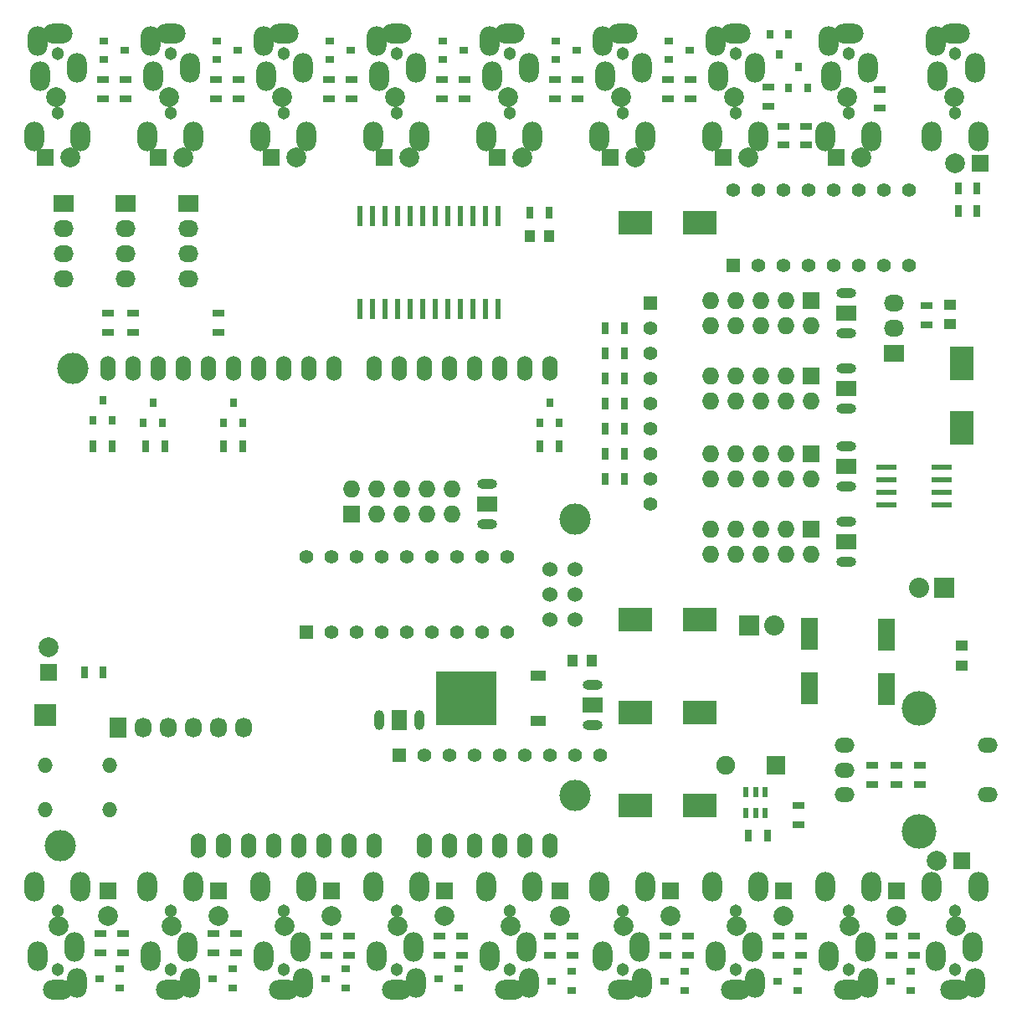
<source format=gbr>
G04 #@! TF.FileFunction,Soldermask,Bot*
%FSLAX46Y46*%
G04 Gerber Fmt 4.6, Leading zero omitted, Abs format (unit mm)*
G04 Created by KiCad (PCBNEW (2014-12-08 BZR 5317)-product) date sam. 06 juin 2015 11:44:28 CEST*
%MOMM*%
G01*
G04 APERTURE LIST*
%ADD10C,0.100000*%
%ADD11O,1.998980X1.501140*%
%ADD12C,3.500120*%
%ADD13O,2.000000X1.000000*%
%ADD14R,2.000000X1.524000*%
%ADD15R,1.727200X1.727200*%
%ADD16O,1.727200X1.727200*%
%ADD17O,1.000000X2.000000*%
%ADD18R,1.524000X2.000000*%
%ADD19R,1.905000X1.905000*%
%ADD20C,1.905000*%
%ADD21R,2.032000X1.727200*%
%ADD22O,2.032000X1.727200*%
%ADD23R,0.899160X0.800100*%
%ADD24R,1.397000X1.397000*%
%ADD25C,1.397000*%
%ADD26O,1.524000X1.524000*%
%ADD27R,6.197600X5.397500*%
%ADD28R,1.597660X0.998220*%
%ADD29R,0.599440X1.000760*%
%ADD30R,0.600000X2.000000*%
%ADD31R,1.998980X0.599440*%
%ADD32R,1.727200X2.032000*%
%ADD33O,1.727200X2.032000*%
%ADD34R,1.699260X3.299460*%
%ADD35O,1.524000X2.540000*%
%ADD36C,3.175000*%
%ADD37C,1.524000*%
%ADD38R,1.699260X1.699260*%
%ADD39C,1.998980*%
%ADD40R,2.032000X2.032000*%
%ADD41O,2.032000X2.032000*%
%ADD42R,0.800100X0.899160*%
%ADD43R,3.500120X2.400300*%
%ADD44R,2.400300X3.500120*%
%ADD45R,2.235200X2.235200*%
%ADD46O,3.000000X2.000000*%
%ADD47O,2.000000X3.000000*%
%ADD48C,1.302000*%
%ADD49R,1.000000X1.250000*%
%ADD50R,1.250000X1.000000*%
%ADD51R,1.300000X0.700000*%
%ADD52R,0.700000X1.300000*%
G04 APERTURE END LIST*
D10*
D11*
X181221380Y-128056640D03*
X181221380Y-130556000D03*
X181221380Y-133055360D03*
D12*
X188722000Y-124355860D03*
X188722000Y-136756140D03*
D11*
X195722240Y-128056640D03*
X195722240Y-133055360D03*
D13*
X155702000Y-125984000D03*
D14*
X155702000Y-123952000D03*
D13*
X155702000Y-121920000D03*
X181356000Y-86360000D03*
D14*
X181356000Y-84328000D03*
D13*
X181356000Y-82296000D03*
D15*
X177800000Y-83058000D03*
D16*
X177800000Y-85598000D03*
X175260000Y-83058000D03*
X175260000Y-85598000D03*
X172720000Y-83058000D03*
X172720000Y-85598000D03*
X170180000Y-83058000D03*
X170180000Y-85598000D03*
X167640000Y-83058000D03*
X167640000Y-85598000D03*
D13*
X181356000Y-93980000D03*
D14*
X181356000Y-91948000D03*
D13*
X181356000Y-89916000D03*
D15*
X177800000Y-90678000D03*
D16*
X177800000Y-93218000D03*
X175260000Y-90678000D03*
X175260000Y-93218000D03*
X172720000Y-90678000D03*
X172720000Y-93218000D03*
X170180000Y-90678000D03*
X170180000Y-93218000D03*
X167640000Y-90678000D03*
X167640000Y-93218000D03*
D13*
X181356000Y-101854000D03*
D14*
X181356000Y-99822000D03*
D13*
X181356000Y-97790000D03*
X145034000Y-105664000D03*
D14*
X145034000Y-103632000D03*
D13*
X145034000Y-101600000D03*
D15*
X177800000Y-98552000D03*
D16*
X177800000Y-101092000D03*
X175260000Y-98552000D03*
X175260000Y-101092000D03*
X172720000Y-98552000D03*
X172720000Y-101092000D03*
X170180000Y-98552000D03*
X170180000Y-101092000D03*
X167640000Y-98552000D03*
X167640000Y-101092000D03*
D17*
X138176000Y-125476000D03*
D18*
X136144000Y-125476000D03*
D17*
X134112000Y-125476000D03*
D19*
X174244000Y-130048000D03*
D20*
X169164000Y-130048000D03*
D15*
X131318000Y-104648000D03*
D16*
X131318000Y-102108000D03*
X133858000Y-104648000D03*
X133858000Y-102108000D03*
X136398000Y-104648000D03*
X136398000Y-102108000D03*
X138938000Y-104648000D03*
X138938000Y-102108000D03*
X141478000Y-104648000D03*
X141478000Y-102108000D03*
D21*
X108458000Y-73279000D03*
D22*
X108458000Y-75819000D03*
X108458000Y-78359000D03*
X108458000Y-80899000D03*
D21*
X102235000Y-73279000D03*
D22*
X102235000Y-75819000D03*
X102235000Y-78359000D03*
X102235000Y-80899000D03*
D21*
X114808000Y-73279000D03*
D22*
X114808000Y-75819000D03*
X114808000Y-78359000D03*
X114808000Y-80899000D03*
D21*
X186182000Y-88392000D03*
D22*
X186182000Y-85852000D03*
X186182000Y-83312000D03*
D23*
X108414820Y-57785000D03*
X106314240Y-58734960D03*
X106314240Y-56835040D03*
D24*
X161544000Y-83312000D03*
D25*
X161544000Y-85852000D03*
X161544000Y-88392000D03*
X161544000Y-90932000D03*
X161544000Y-93472000D03*
X161544000Y-96012000D03*
X161544000Y-98552000D03*
X161544000Y-101092000D03*
X161544000Y-103632000D03*
D26*
X106883200Y-134594600D03*
X100380800Y-134594600D03*
X106883200Y-130073400D03*
X100380800Y-130073400D03*
D27*
X142915640Y-123317000D03*
D28*
X150213060Y-121038620D03*
X150213060Y-125595380D03*
D29*
X171259500Y-132801360D03*
X173164500Y-132801360D03*
X172212000Y-132801360D03*
X173164500Y-134914640D03*
X171259500Y-134914640D03*
X172212000Y-134914640D03*
D24*
X169926000Y-79502000D03*
D25*
X172466000Y-79502000D03*
X175006000Y-79502000D03*
X177546000Y-79502000D03*
X180086000Y-79502000D03*
X182626000Y-79502000D03*
X185166000Y-79502000D03*
X187706000Y-79502000D03*
X187706000Y-71882000D03*
X185166000Y-71882000D03*
X182626000Y-71882000D03*
X180086000Y-71882000D03*
X177546000Y-71882000D03*
X175006000Y-71882000D03*
X172466000Y-71882000D03*
X169926000Y-71882000D03*
D30*
X146177000Y-83948000D03*
X144907000Y-83948000D03*
X143637000Y-83948000D03*
X142367000Y-83948000D03*
X141097000Y-83948000D03*
X139827000Y-83948000D03*
X138557000Y-83948000D03*
X137287000Y-83948000D03*
X136017000Y-83948000D03*
X134747000Y-83948000D03*
X133477000Y-83948000D03*
X132207000Y-83948000D03*
X132207000Y-74548000D03*
X133477000Y-74548000D03*
X134747000Y-74548000D03*
X136017000Y-74548000D03*
X137287000Y-74548000D03*
X138557000Y-74548000D03*
X139827000Y-74548000D03*
X141097000Y-74548000D03*
X142367000Y-74548000D03*
X143637000Y-74548000D03*
X144907000Y-74548000D03*
X146177000Y-74548000D03*
D24*
X126746000Y-116586000D03*
D25*
X129286000Y-116586000D03*
X131826000Y-116586000D03*
X134366000Y-116586000D03*
X136906000Y-116586000D03*
X139446000Y-116586000D03*
X141986000Y-116586000D03*
X144526000Y-116586000D03*
X147066000Y-116586000D03*
X147066000Y-108966000D03*
X144526000Y-108966000D03*
X141986000Y-108966000D03*
X139446000Y-108966000D03*
X136906000Y-108966000D03*
X134366000Y-108966000D03*
X131826000Y-108966000D03*
X129286000Y-108966000D03*
X126746000Y-108966000D03*
D31*
X191008000Y-99949000D03*
X191008000Y-101219000D03*
X191008000Y-102489000D03*
X191008000Y-103759000D03*
X185420000Y-103759000D03*
X185420000Y-102489000D03*
X185420000Y-101219000D03*
X185420000Y-99949000D03*
D32*
X107696000Y-126238000D03*
D33*
X110236000Y-126238000D03*
X112776000Y-126238000D03*
X115316000Y-126238000D03*
X117856000Y-126238000D03*
X120396000Y-126238000D03*
D34*
X185420000Y-116883180D03*
X185420000Y-122384820D03*
D13*
X181356000Y-109474000D03*
D14*
X181356000Y-107442000D03*
D13*
X181356000Y-105410000D03*
D15*
X177800000Y-106172000D03*
D16*
X177800000Y-108712000D03*
X175260000Y-106172000D03*
X175260000Y-108712000D03*
X172720000Y-106172000D03*
X172720000Y-108712000D03*
X170180000Y-106172000D03*
X170180000Y-108712000D03*
X167640000Y-106172000D03*
X167640000Y-108712000D03*
D35*
X151384000Y-138176000D03*
X148844000Y-138176000D03*
X146304000Y-138176000D03*
X138684000Y-138176000D03*
X141224000Y-138176000D03*
X143764000Y-138176000D03*
X133604000Y-138176000D03*
X131064000Y-138176000D03*
X128524000Y-138176000D03*
X123444000Y-138176000D03*
X120904000Y-138176000D03*
X151384000Y-89916000D03*
X148844000Y-89916000D03*
X146304000Y-89916000D03*
X143764000Y-89916000D03*
X141224000Y-89916000D03*
X138684000Y-89916000D03*
X136144000Y-89916000D03*
X133604000Y-89916000D03*
X129540000Y-89916000D03*
X127000000Y-89916000D03*
X124460000Y-89916000D03*
X121920000Y-89916000D03*
X119380000Y-89916000D03*
X116840000Y-89916000D03*
X114300000Y-89916000D03*
X111760000Y-89916000D03*
X125984000Y-138176000D03*
D36*
X153924000Y-133096000D03*
X153924000Y-105156000D03*
X103124000Y-89916000D03*
X101854000Y-138176000D03*
D35*
X109220000Y-89916000D03*
X106680000Y-89916000D03*
X118364000Y-138176000D03*
X115824000Y-138176000D03*
D37*
X151384000Y-110236000D03*
X153924000Y-110236000D03*
X151384000Y-112776000D03*
X153924000Y-112776000D03*
X151384000Y-115316000D03*
X153924000Y-115316000D03*
D38*
X100711000Y-120650000D03*
D39*
X100711000Y-118110000D03*
D38*
X106680000Y-142748000D03*
D39*
X106680000Y-145288000D03*
D38*
X117856000Y-142748000D03*
D39*
X117856000Y-145288000D03*
D38*
X129286000Y-142748000D03*
D39*
X129286000Y-145288000D03*
D38*
X140716000Y-142748000D03*
D39*
X140716000Y-145288000D03*
D38*
X152400000Y-142748000D03*
D39*
X152400000Y-145288000D03*
D38*
X163576000Y-142748000D03*
D39*
X163576000Y-145288000D03*
D38*
X175006000Y-142748000D03*
D39*
X175006000Y-145288000D03*
D38*
X186436000Y-142748000D03*
D39*
X186436000Y-145288000D03*
D38*
X100330000Y-68580000D03*
D39*
X102870000Y-68580000D03*
D38*
X111760000Y-68580000D03*
D39*
X114300000Y-68580000D03*
D38*
X123190000Y-68580000D03*
D39*
X125730000Y-68580000D03*
D38*
X134620000Y-68580000D03*
D39*
X137160000Y-68580000D03*
D38*
X146050000Y-68580000D03*
D39*
X148590000Y-68580000D03*
D38*
X157480000Y-68580000D03*
D39*
X160020000Y-68580000D03*
D38*
X168910000Y-68580000D03*
D39*
X171450000Y-68580000D03*
D38*
X180340000Y-68580000D03*
D39*
X182880000Y-68580000D03*
D38*
X194945000Y-69215000D03*
D39*
X192405000Y-69215000D03*
D38*
X193040000Y-139700000D03*
D39*
X190500000Y-139700000D03*
D40*
X191262000Y-112141000D03*
D41*
X188722000Y-112141000D03*
D24*
X136144000Y-129032000D03*
D25*
X138684000Y-129032000D03*
X141224000Y-129032000D03*
X143764000Y-129032000D03*
X146304000Y-129032000D03*
X148844000Y-129032000D03*
X151384000Y-129032000D03*
X153924000Y-129032000D03*
X156464000Y-129032000D03*
D23*
X119844820Y-57785000D03*
X117744240Y-58734960D03*
X117744240Y-56835040D03*
X131274820Y-57785000D03*
X129174240Y-58734960D03*
X129174240Y-56835040D03*
X165564820Y-57785000D03*
X163464240Y-58734960D03*
X163464240Y-56835040D03*
D42*
X174625000Y-58249820D03*
X173675040Y-56149240D03*
X175574960Y-56149240D03*
X176530000Y-59479180D03*
X177479960Y-61579760D03*
X175580040Y-61579760D03*
X151384000Y-93388180D03*
X152333960Y-95488760D03*
X150434040Y-95488760D03*
X119380000Y-93388180D03*
X120329960Y-95488760D03*
X118430040Y-95488760D03*
X111252000Y-93388180D03*
X112201960Y-95488760D03*
X110302040Y-95488760D03*
X106172000Y-93134180D03*
X107121960Y-95234760D03*
X105222040Y-95234760D03*
D23*
X105834180Y-151638000D03*
X107934760Y-150688040D03*
X107934760Y-152587960D03*
X117264180Y-151638000D03*
X119364760Y-150688040D03*
X119364760Y-152587960D03*
X128694180Y-151638000D03*
X130794760Y-150688040D03*
X130794760Y-152587960D03*
X140124180Y-151638000D03*
X142224760Y-150688040D03*
X142224760Y-152587960D03*
X151554180Y-151892000D03*
X153654760Y-150942040D03*
X153654760Y-152841960D03*
X162984180Y-151892000D03*
X165084760Y-150942040D03*
X165084760Y-152841960D03*
X174414180Y-151892000D03*
X176514760Y-150942040D03*
X176514760Y-152841960D03*
X185844180Y-151892000D03*
X187944760Y-150942040D03*
X187944760Y-152841960D03*
X154134820Y-57785000D03*
X152034240Y-58734960D03*
X152034240Y-56835040D03*
X142704820Y-57785000D03*
X140604240Y-58734960D03*
X140604240Y-56835040D03*
D43*
X166573200Y-124714000D03*
X160070800Y-124714000D03*
X166573200Y-115316000D03*
X160070800Y-115316000D03*
X166573200Y-134112000D03*
X160070800Y-134112000D03*
X166573200Y-75184000D03*
X160070800Y-75184000D03*
D44*
X193040000Y-89458800D03*
X193040000Y-95961200D03*
D45*
X100330000Y-124968000D03*
D34*
X177647600Y-116832380D03*
X177647600Y-122334020D03*
D40*
X171602400Y-115925600D03*
D41*
X174142400Y-115925600D03*
D46*
X101600000Y-56130000D03*
D47*
X103600000Y-59530000D03*
X99250000Y-66530000D03*
D39*
X101500000Y-62530000D03*
D47*
X103950000Y-66530000D03*
X99600000Y-56830000D03*
X99850000Y-60430000D03*
D48*
X101600000Y-58130000D03*
X101600000Y-64130000D03*
D46*
X113030000Y-56130000D03*
D47*
X115030000Y-59530000D03*
X110680000Y-66530000D03*
D39*
X112930000Y-62530000D03*
D47*
X115380000Y-66530000D03*
X111030000Y-56830000D03*
X111280000Y-60430000D03*
D48*
X113030000Y-58130000D03*
X113030000Y-64130000D03*
D46*
X124460000Y-56130000D03*
D47*
X126460000Y-59530000D03*
X122110000Y-66530000D03*
D39*
X124360000Y-62530000D03*
D47*
X126810000Y-66530000D03*
X122460000Y-56830000D03*
X122710000Y-60430000D03*
D48*
X124460000Y-58130000D03*
X124460000Y-64130000D03*
D46*
X135890000Y-56130000D03*
D47*
X137890000Y-59530000D03*
X133540000Y-66530000D03*
D39*
X135790000Y-62530000D03*
D47*
X138240000Y-66530000D03*
X133890000Y-56830000D03*
X134140000Y-60430000D03*
D48*
X135890000Y-58130000D03*
X135890000Y-64130000D03*
D46*
X147320000Y-56130000D03*
D47*
X149320000Y-59530000D03*
X144970000Y-66530000D03*
D39*
X147220000Y-62530000D03*
D47*
X149670000Y-66530000D03*
X145320000Y-56830000D03*
X145570000Y-60430000D03*
D48*
X147320000Y-58130000D03*
X147320000Y-64130000D03*
D46*
X158750000Y-56130000D03*
D47*
X160750000Y-59530000D03*
X156400000Y-66530000D03*
D39*
X158650000Y-62530000D03*
D47*
X161100000Y-66530000D03*
X156750000Y-56830000D03*
X157000000Y-60430000D03*
D48*
X158750000Y-58130000D03*
X158750000Y-64130000D03*
D46*
X170180000Y-56130000D03*
D47*
X172180000Y-59530000D03*
X167830000Y-66530000D03*
D39*
X170080000Y-62530000D03*
D47*
X172530000Y-66530000D03*
X168180000Y-56830000D03*
X168430000Y-60430000D03*
D48*
X170180000Y-58130000D03*
X170180000Y-64130000D03*
D46*
X181610000Y-56130000D03*
D47*
X183610000Y-59530000D03*
X179260000Y-66530000D03*
D39*
X181510000Y-62530000D03*
D47*
X183960000Y-66530000D03*
X179610000Y-56830000D03*
X179860000Y-60430000D03*
D48*
X181610000Y-58130000D03*
X181610000Y-64130000D03*
D46*
X192405000Y-56130000D03*
D47*
X194405000Y-59530000D03*
X190055000Y-66530000D03*
D39*
X192305000Y-62530000D03*
D47*
X194755000Y-66530000D03*
X190405000Y-56830000D03*
X190655000Y-60430000D03*
D48*
X192405000Y-58130000D03*
X192405000Y-64130000D03*
D46*
X192405000Y-152785000D03*
D47*
X190405000Y-149385000D03*
X194755000Y-142385000D03*
D39*
X192505000Y-146385000D03*
D47*
X190055000Y-142385000D03*
X194405000Y-152085000D03*
X194155000Y-148485000D03*
D48*
X192405000Y-150785000D03*
X192405000Y-144785000D03*
D46*
X181610000Y-152785000D03*
D47*
X179610000Y-149385000D03*
X183960000Y-142385000D03*
D39*
X181710000Y-146385000D03*
D47*
X179260000Y-142385000D03*
X183610000Y-152085000D03*
X183360000Y-148485000D03*
D48*
X181610000Y-150785000D03*
X181610000Y-144785000D03*
D46*
X170180000Y-152785000D03*
D47*
X168180000Y-149385000D03*
X172530000Y-142385000D03*
D39*
X170280000Y-146385000D03*
D47*
X167830000Y-142385000D03*
X172180000Y-152085000D03*
X171930000Y-148485000D03*
D48*
X170180000Y-150785000D03*
X170180000Y-144785000D03*
D46*
X158750000Y-152785000D03*
D47*
X156750000Y-149385000D03*
X161100000Y-142385000D03*
D39*
X158850000Y-146385000D03*
D47*
X156400000Y-142385000D03*
X160750000Y-152085000D03*
X160500000Y-148485000D03*
D48*
X158750000Y-150785000D03*
X158750000Y-144785000D03*
D46*
X147320000Y-152785000D03*
D47*
X145320000Y-149385000D03*
X149670000Y-142385000D03*
D39*
X147420000Y-146385000D03*
D47*
X144970000Y-142385000D03*
X149320000Y-152085000D03*
X149070000Y-148485000D03*
D48*
X147320000Y-150785000D03*
X147320000Y-144785000D03*
D46*
X135890000Y-152785000D03*
D47*
X133890000Y-149385000D03*
X138240000Y-142385000D03*
D39*
X135990000Y-146385000D03*
D47*
X133540000Y-142385000D03*
X137890000Y-152085000D03*
X137640000Y-148485000D03*
D48*
X135890000Y-150785000D03*
X135890000Y-144785000D03*
D46*
X124460000Y-152785000D03*
D47*
X122460000Y-149385000D03*
X126810000Y-142385000D03*
D39*
X124560000Y-146385000D03*
D47*
X122110000Y-142385000D03*
X126460000Y-152085000D03*
X126210000Y-148485000D03*
D48*
X124460000Y-150785000D03*
X124460000Y-144785000D03*
D46*
X113030000Y-152785000D03*
D47*
X111030000Y-149385000D03*
X115380000Y-142385000D03*
D39*
X113130000Y-146385000D03*
D47*
X110680000Y-142385000D03*
X115030000Y-152085000D03*
X114780000Y-148485000D03*
D48*
X113030000Y-150785000D03*
X113030000Y-144785000D03*
D46*
X101600000Y-152785000D03*
D47*
X99600000Y-149385000D03*
X103950000Y-142385000D03*
D39*
X101700000Y-146385000D03*
D47*
X99250000Y-142385000D03*
X103600000Y-152085000D03*
X103350000Y-148485000D03*
D48*
X101600000Y-150785000D03*
X101600000Y-144785000D03*
D49*
X153686000Y-119507000D03*
X155686000Y-119507000D03*
X151368000Y-76606400D03*
X149368000Y-76606400D03*
D50*
X193040000Y-119999000D03*
X193040000Y-117999000D03*
X191846200Y-83493100D03*
X191846200Y-85493100D03*
D51*
X105918000Y-147132000D03*
X105918000Y-149032000D03*
X108204000Y-147132000D03*
X108204000Y-149032000D03*
X117348000Y-147132000D03*
X117348000Y-149032000D03*
X119634000Y-147132000D03*
X119634000Y-149032000D03*
X128778000Y-147386000D03*
X128778000Y-149286000D03*
X131064000Y-147386000D03*
X131064000Y-149286000D03*
X140208000Y-147386000D03*
X140208000Y-149286000D03*
X142494000Y-147386000D03*
X142494000Y-149286000D03*
X151384000Y-147386000D03*
X151384000Y-149286000D03*
X153670000Y-147386000D03*
X153670000Y-149286000D03*
X163068000Y-147386000D03*
X163068000Y-149286000D03*
X165354000Y-147386000D03*
X165354000Y-149286000D03*
X174498000Y-147386000D03*
X174498000Y-149286000D03*
X176784000Y-147386000D03*
X176784000Y-149286000D03*
X185928000Y-147386000D03*
X185928000Y-149286000D03*
X188214000Y-147386000D03*
X188214000Y-149286000D03*
D52*
X104333000Y-120650000D03*
X106233000Y-120650000D03*
D51*
X106172000Y-62672000D03*
X106172000Y-60772000D03*
D52*
X171516000Y-137160000D03*
X173416000Y-137160000D03*
D51*
X176530000Y-136078000D03*
X176530000Y-134178000D03*
X108458000Y-62672000D03*
X108458000Y-60772000D03*
X117602000Y-62672000D03*
X117602000Y-60772000D03*
X119888000Y-62672000D03*
X119888000Y-60772000D03*
X129032000Y-62672000D03*
X129032000Y-60772000D03*
X131318000Y-62672000D03*
X131318000Y-60772000D03*
X140462000Y-62672000D03*
X140462000Y-60772000D03*
X142748000Y-62672000D03*
X142748000Y-60772000D03*
X151892000Y-62672000D03*
X151892000Y-60772000D03*
X154178000Y-62672000D03*
X154178000Y-60772000D03*
X163322000Y-62672000D03*
X163322000Y-60772000D03*
X165608000Y-62672000D03*
X165608000Y-60772000D03*
X173482000Y-63434000D03*
X173482000Y-61534000D03*
X175006000Y-67371000D03*
X175006000Y-65471000D03*
X184785000Y-63662600D03*
X184785000Y-61762600D03*
X177292000Y-67371000D03*
X177292000Y-65471000D03*
D52*
X192725000Y-71755000D03*
X194625000Y-71755000D03*
X192725000Y-74041000D03*
X194625000Y-74041000D03*
X105222000Y-97790000D03*
X107122000Y-97790000D03*
X110556000Y-97790000D03*
X112456000Y-97790000D03*
X118430000Y-97790000D03*
X120330000Y-97790000D03*
X150434000Y-97790000D03*
X152334000Y-97790000D03*
X158938000Y-85852000D03*
X157038000Y-85852000D03*
X158938000Y-88392000D03*
X157038000Y-88392000D03*
X158938000Y-90932000D03*
X157038000Y-90932000D03*
X158938000Y-93472000D03*
X157038000Y-93472000D03*
X158938000Y-96012000D03*
X157038000Y-96012000D03*
X158938000Y-98552000D03*
X157038000Y-98552000D03*
X158938000Y-101092000D03*
X157038000Y-101092000D03*
D51*
X106680000Y-86294000D03*
X106680000Y-84394000D03*
X109220000Y-86294000D03*
X109220000Y-84394000D03*
X117856000Y-86294000D03*
X117856000Y-84394000D03*
D52*
X151318000Y-74168000D03*
X149418000Y-74168000D03*
D51*
X184023000Y-132014000D03*
X184023000Y-130114000D03*
X186436000Y-130114000D03*
X186436000Y-132014000D03*
X189484000Y-83632000D03*
X189484000Y-85532000D03*
X188874400Y-130101300D03*
X188874400Y-132001300D03*
M02*

</source>
